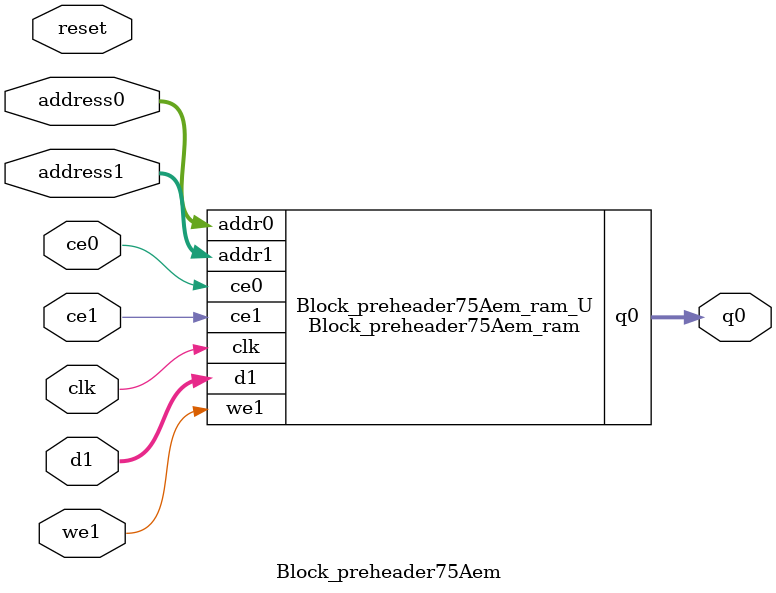
<source format=v>
`timescale 1 ns / 1 ps
module Block_preheader75Aem_ram (addr0, ce0, q0, addr1, ce1, d1, we1,  clk);

parameter DWIDTH = 4;
parameter AWIDTH = 8;
parameter MEM_SIZE = 162;

input[AWIDTH-1:0] addr0;
input ce0;
output reg[DWIDTH-1:0] q0;
input[AWIDTH-1:0] addr1;
input ce1;
input[DWIDTH-1:0] d1;
input we1;
input clk;

(* ram_style = "distributed" *)reg [DWIDTH-1:0] ram[0:MEM_SIZE-1];




always @(posedge clk)  
begin 
    if (ce0) begin
        q0 <= ram[addr0];
    end
end


always @(posedge clk)  
begin 
    if (ce1) begin
        if (we1) 
            ram[addr1] <= d1; 
    end
end


endmodule

`timescale 1 ns / 1 ps
module Block_preheader75Aem(
    reset,
    clk,
    address0,
    ce0,
    q0,
    address1,
    ce1,
    we1,
    d1);

parameter DataWidth = 32'd4;
parameter AddressRange = 32'd162;
parameter AddressWidth = 32'd8;
input reset;
input clk;
input[AddressWidth - 1:0] address0;
input ce0;
output[DataWidth - 1:0] q0;
input[AddressWidth - 1:0] address1;
input ce1;
input we1;
input[DataWidth - 1:0] d1;



Block_preheader75Aem_ram Block_preheader75Aem_ram_U(
    .clk( clk ),
    .addr0( address0 ),
    .ce0( ce0 ),
    .q0( q0 ),
    .addr1( address1 ),
    .ce1( ce1 ),
    .we1( we1 ),
    .d1( d1 ));

endmodule


</source>
